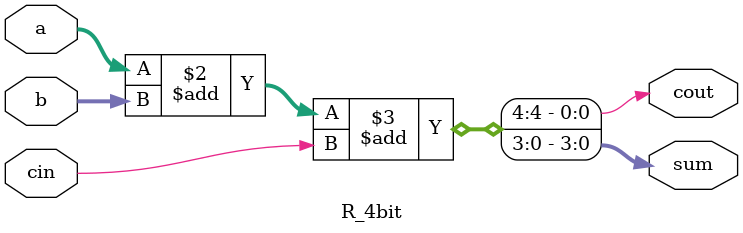
<source format=v>
module R_4bit(input wire [3:0] a,b, input wire cin, output reg [3:0] sum, output reg cout);
  always @(*) begin
    {cout,sum}=a+b+cin;
  end
endmodule
</source>
